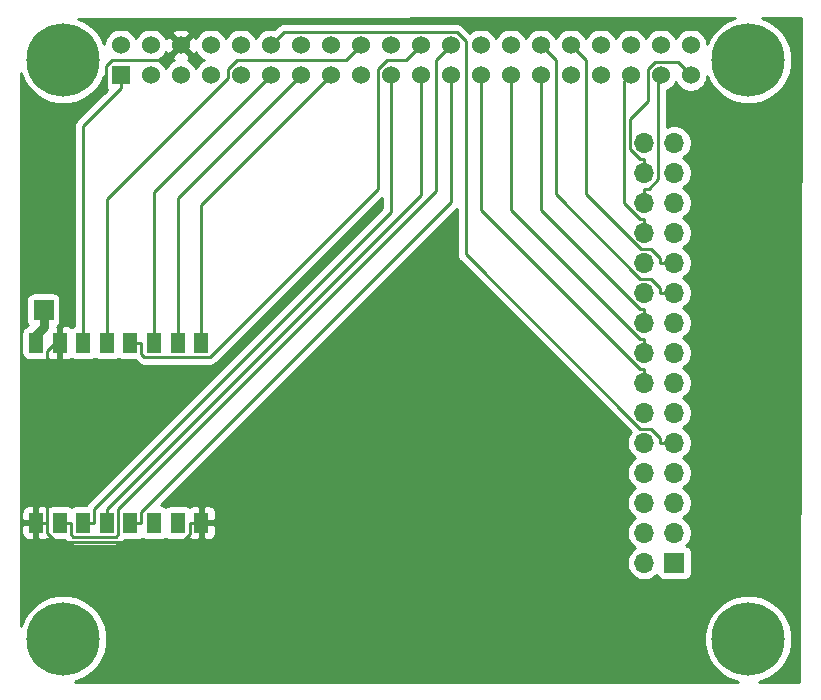
<source format=gbr>
G04 #@! TF.GenerationSoftware,KiCad,Pcbnew,5.1.7-a382d34a8~88~ubuntu18.04.1*
G04 #@! TF.CreationDate,2021-05-25T15:59:45+05:30*
G04 #@! TF.ProjectId,Gateway_v1,47617465-7761-4795-9f76-312e6b696361,rev?*
G04 #@! TF.SameCoordinates,Original*
G04 #@! TF.FileFunction,Copper,L2,Bot*
G04 #@! TF.FilePolarity,Positive*
%FSLAX46Y46*%
G04 Gerber Fmt 4.6, Leading zero omitted, Abs format (unit mm)*
G04 Created by KiCad (PCBNEW 5.1.7-a382d34a8~88~ubuntu18.04.1) date 2021-05-25 15:59:45*
%MOMM*%
%LPD*%
G01*
G04 APERTURE LIST*
G04 #@! TA.AperFunction,ComponentPad*
%ADD10C,1.524000*%
G04 #@! TD*
G04 #@! TA.AperFunction,ComponentPad*
%ADD11R,1.524000X1.524000*%
G04 #@! TD*
G04 #@! TA.AperFunction,ComponentPad*
%ADD12C,6.200000*%
G04 #@! TD*
G04 #@! TA.AperFunction,ComponentPad*
%ADD13R,1.700000X1.700000*%
G04 #@! TD*
G04 #@! TA.AperFunction,ComponentPad*
%ADD14O,1.700000X1.700000*%
G04 #@! TD*
G04 #@! TA.AperFunction,SMDPad,CuDef*
%ADD15R,1.200000X1.700000*%
G04 #@! TD*
G04 #@! TA.AperFunction,Conductor*
%ADD16C,0.250000*%
G04 #@! TD*
G04 #@! TA.AperFunction,Conductor*
%ADD17C,0.800000*%
G04 #@! TD*
G04 #@! TA.AperFunction,Conductor*
%ADD18C,0.254000*%
G04 #@! TD*
G04 #@! TA.AperFunction,Conductor*
%ADD19C,0.100000*%
G04 #@! TD*
G04 APERTURE END LIST*
D10*
G04 #@! TO.P,J1,40*
G04 #@! TO.N,/Pin_40*
X148057000Y-51773700D03*
G04 #@! TO.P,J1,38*
G04 #@! TO.N,/Pin_38*
X145517000Y-51773700D03*
G04 #@! TO.P,J1,36*
G04 #@! TO.N,/Pin_36*
X142977000Y-51773700D03*
G04 #@! TO.P,J1,34*
G04 #@! TO.N,/Pin_34*
X140437000Y-51773700D03*
G04 #@! TO.P,J1,32*
G04 #@! TO.N,/Pin_32*
X137897000Y-51773700D03*
G04 #@! TO.P,J1,30*
G04 #@! TO.N,/Pin_30*
X135357000Y-51773700D03*
G04 #@! TO.P,J1,39*
G04 #@! TO.N,/Pin_39*
X148057000Y-54313700D03*
G04 #@! TO.P,J1,37*
G04 #@! TO.N,/Pin_37*
X145517000Y-54313700D03*
G04 #@! TO.P,J1,35*
G04 #@! TO.N,/Pin_35*
X142977000Y-54313700D03*
G04 #@! TO.P,J1,33*
G04 #@! TO.N,/Pin_33*
X140437000Y-54313700D03*
G04 #@! TO.P,J1,31*
G04 #@! TO.N,/Pin_31*
X137897000Y-54313700D03*
G04 #@! TO.P,J1,29*
G04 #@! TO.N,/Pin_29*
X135357000Y-54313700D03*
G04 #@! TO.P,J1,28*
G04 #@! TO.N,/Pin_28*
X132817000Y-51773700D03*
G04 #@! TO.P,J1,27*
G04 #@! TO.N,/Pin_27*
X132817000Y-54313700D03*
G04 #@! TO.P,J1,26*
G04 #@! TO.N,/Pin_26*
X130277000Y-51773700D03*
G04 #@! TO.P,J1,24*
G04 #@! TO.N,/NSS*
X127737000Y-51773700D03*
G04 #@! TO.P,J1,22*
G04 #@! TO.N,/DIO0*
X125197000Y-51773700D03*
G04 #@! TO.P,J1,20*
G04 #@! TO.N,/Pin_20*
X122657000Y-51773700D03*
G04 #@! TO.P,J1,18*
G04 #@! TO.N,/Reset*
X120117000Y-51773700D03*
G04 #@! TO.P,J1,16*
G04 #@! TO.N,/Pin_16*
X117577000Y-51773700D03*
G04 #@! TO.P,J1,25*
G04 #@! TO.N,/Pin_25*
X130277000Y-54313700D03*
G04 #@! TO.P,J1,23*
G04 #@! TO.N,/SCK*
X127737000Y-54313700D03*
G04 #@! TO.P,J1,21*
G04 #@! TO.N,/MISO*
X125197000Y-54313700D03*
G04 #@! TO.P,J1,19*
G04 #@! TO.N,/MOSI*
X122657000Y-54313700D03*
G04 #@! TO.P,J1,17*
G04 #@! TO.N,/Pin_17*
X120117000Y-54313700D03*
G04 #@! TO.P,J1,15*
G04 #@! TO.N,/DIO3*
X117577000Y-54313700D03*
G04 #@! TO.P,J1,14*
G04 #@! TO.N,/Pin_14*
X115037000Y-51773700D03*
G04 #@! TO.P,J1,13*
G04 #@! TO.N,/DIO2*
X115037000Y-54313700D03*
G04 #@! TO.P,J1,12*
G04 #@! TO.N,/Pin_12*
X112497000Y-51773700D03*
G04 #@! TO.P,J1,10*
G04 #@! TO.N,/Pin_10*
X109957000Y-51773700D03*
G04 #@! TO.P,J1,8*
G04 #@! TO.N,/Pin_8*
X107417000Y-51773700D03*
G04 #@! TO.P,J1,6*
G04 #@! TO.N,/Gnd*
X104877000Y-51773700D03*
G04 #@! TO.P,J1,4*
G04 #@! TO.N,/Pin_4*
X102337000Y-51773700D03*
G04 #@! TO.P,J1,2*
G04 #@! TO.N,/Pin_2*
X99797000Y-51773700D03*
G04 #@! TO.P,J1,11*
G04 #@! TO.N,/DIO1*
X112497000Y-54313700D03*
G04 #@! TO.P,J1,9*
G04 #@! TO.N,/Pin_9*
X109957000Y-54313700D03*
G04 #@! TO.P,J1,7*
G04 #@! TO.N,/Pin_7*
X107417000Y-54313700D03*
G04 #@! TO.P,J1,5*
G04 #@! TO.N,/Pin_5*
X104877000Y-54313700D03*
G04 #@! TO.P,J1,3*
G04 #@! TO.N,/Pin_3*
X102337000Y-54313700D03*
D11*
G04 #@! TO.P,J1,1*
G04 #@! TO.N,/3.3v*
X99797000Y-54313700D03*
D12*
G04 #@! TO.P,J1,S1*
G04 #@! TO.N,N/C*
X94927000Y-53043700D03*
G04 #@! TO.P,J1,S2*
X152927000Y-53043700D03*
G04 #@! TO.P,J1,S3*
X152927000Y-102043700D03*
G04 #@! TO.P,J1,S4*
X94927000Y-102043700D03*
G04 #@! TD*
D13*
G04 #@! TO.P,AE1,1*
G04 #@! TO.N,Net-(AE1-Pad1)*
X93268800Y-74201000D03*
G04 #@! TD*
D14*
G04 #@! TO.P,J2,30*
G04 #@! TO.N,Net-(J2-Pad30)*
X144107000Y-60035400D03*
G04 #@! TO.P,J2,29*
G04 #@! TO.N,/Pin_40*
X146647000Y-60035400D03*
G04 #@! TO.P,J2,28*
G04 #@! TO.N,/Pin_39*
X144107000Y-62575400D03*
G04 #@! TO.P,J2,27*
G04 #@! TO.N,/Pin_38*
X146647000Y-62575400D03*
G04 #@! TO.P,J2,26*
G04 #@! TO.N,/Pin_37*
X144107000Y-65115400D03*
G04 #@! TO.P,J2,25*
G04 #@! TO.N,/Pin_36*
X146647000Y-65115400D03*
G04 #@! TO.P,J2,24*
G04 #@! TO.N,/Pin_35*
X144107000Y-67655400D03*
G04 #@! TO.P,J2,23*
G04 #@! TO.N,/Pin_34*
X146647000Y-67655400D03*
G04 #@! TO.P,J2,22*
G04 #@! TO.N,/Pin_33*
X144107000Y-70195400D03*
G04 #@! TO.P,J2,21*
G04 #@! TO.N,/Pin_32*
X146647000Y-70195400D03*
G04 #@! TO.P,J2,20*
G04 #@! TO.N,/Pin_31*
X144107000Y-72735400D03*
G04 #@! TO.P,J2,19*
G04 #@! TO.N,/Pin_30*
X146647000Y-72735400D03*
G04 #@! TO.P,J2,18*
G04 #@! TO.N,/Pin_29*
X144107000Y-75275400D03*
G04 #@! TO.P,J2,17*
G04 #@! TO.N,/Pin_28*
X146647000Y-75275400D03*
G04 #@! TO.P,J2,16*
G04 #@! TO.N,/Pin_27*
X144107000Y-77815400D03*
G04 #@! TO.P,J2,15*
G04 #@! TO.N,/Pin_26*
X146647000Y-77815400D03*
G04 #@! TO.P,J2,14*
G04 #@! TO.N,/Pin_25*
X144107000Y-80355400D03*
G04 #@! TO.P,J2,13*
G04 #@! TO.N,/Pin_20*
X146647000Y-80355400D03*
G04 #@! TO.P,J2,12*
G04 #@! TO.N,/Pin_17*
X144107000Y-82895400D03*
G04 #@! TO.P,J2,11*
G04 #@! TO.N,/Pin_16*
X146647000Y-82895400D03*
G04 #@! TO.P,J2,10*
G04 #@! TO.N,/Pin_14*
X144107000Y-85435400D03*
G04 #@! TO.P,J2,9*
G04 #@! TO.N,/Pin_12*
X146647000Y-85435400D03*
G04 #@! TO.P,J2,8*
G04 #@! TO.N,/Pin_10*
X144107000Y-87975400D03*
G04 #@! TO.P,J2,7*
G04 #@! TO.N,/Pin_9*
X146647000Y-87975400D03*
G04 #@! TO.P,J2,6*
G04 #@! TO.N,/Pin_8*
X144107000Y-90515400D03*
G04 #@! TO.P,J2,5*
G04 #@! TO.N,/Pin_7*
X146647000Y-90515400D03*
G04 #@! TO.P,J2,4*
G04 #@! TO.N,/Pin_5*
X144107000Y-93055400D03*
G04 #@! TO.P,J2,3*
G04 #@! TO.N,/Pin_4*
X146647000Y-93055400D03*
G04 #@! TO.P,J2,2*
G04 #@! TO.N,/Pin_3*
X144107000Y-95595400D03*
D13*
G04 #@! TO.P,J2,1*
G04 #@! TO.N,/Pin_2*
X146647000Y-95595400D03*
G04 #@! TD*
D15*
G04 #@! TO.P,U1,1*
G04 #@! TO.N,Net-(AE1-Pad1)*
X92611200Y-76982400D03*
G04 #@! TO.P,U1,2*
G04 #@! TO.N,/Gnd*
X94611200Y-76982400D03*
G04 #@! TO.P,U1,3*
G04 #@! TO.N,/3.3v*
X96611200Y-76982400D03*
G04 #@! TO.P,U1,4*
G04 #@! TO.N,/Reset*
X98611200Y-76982400D03*
G04 #@! TO.P,U1,5*
G04 #@! TO.N,/DIO0*
X100611200Y-76982400D03*
G04 #@! TO.P,U1,6*
G04 #@! TO.N,/DIO1*
X102611200Y-76982400D03*
G04 #@! TO.P,U1,7*
G04 #@! TO.N,/DIO2*
X104611200Y-76982400D03*
G04 #@! TO.P,U1,8*
G04 #@! TO.N,/DIO3*
X106611200Y-76982400D03*
G04 #@! TO.P,U1,9*
G04 #@! TO.N,/Gnd*
X106611200Y-92212400D03*
G04 #@! TO.P,U1,10*
G04 #@! TO.N,Net-(U1-Pad10)*
X104611200Y-92212400D03*
G04 #@! TO.P,U1,11*
G04 #@! TO.N,Net-(U1-Pad11)*
X102611200Y-92212400D03*
G04 #@! TO.P,U1,12*
G04 #@! TO.N,/SCK*
X100611200Y-92212400D03*
G04 #@! TO.P,U1,13*
G04 #@! TO.N,/MISO*
X98611200Y-92212400D03*
G04 #@! TO.P,U1,14*
G04 #@! TO.N,/MOSI*
X96611200Y-92212400D03*
G04 #@! TO.P,U1,15*
G04 #@! TO.N,/NSS*
X94611200Y-92212400D03*
G04 #@! TO.P,U1,16*
G04 #@! TO.N,/Gnd*
X92611200Y-92212400D03*
G04 #@! TD*
D16*
G04 #@! TO.N,/3.3v*
X99797000Y-54313700D02*
X99797000Y-55401000D01*
X96611200Y-76982400D02*
X96611200Y-58586800D01*
X96611200Y-58586800D02*
X99797000Y-55401000D01*
G04 #@! TO.N,/DIO1*
X102611200Y-76982400D02*
X102611200Y-64199500D01*
X102611200Y-64199500D02*
X112497000Y-54313700D01*
G04 #@! TO.N,/DIO2*
X104611200Y-76982400D02*
X104611200Y-64739500D01*
X104611200Y-64739500D02*
X115037000Y-54313700D01*
G04 #@! TO.N,/DIO3*
X106611200Y-76982400D02*
X106611200Y-65279500D01*
X106611200Y-65279500D02*
X117577000Y-54313700D01*
G04 #@! TO.N,/MOSI*
X122657000Y-54313700D02*
X122657000Y-65903100D01*
X122657000Y-65903100D02*
X97536500Y-91023600D01*
X97536500Y-91023600D02*
X97536500Y-92212400D01*
X96611200Y-92212400D02*
X97536500Y-92212400D01*
G04 #@! TO.N,/MISO*
X98611200Y-92212400D02*
X98611200Y-91037100D01*
X98611200Y-91037100D02*
X125197000Y-64451300D01*
X125197000Y-64451300D02*
X125197000Y-54313700D01*
G04 #@! TO.N,/SCK*
X100611200Y-92212400D02*
X101536500Y-92212400D01*
X101536500Y-92212400D02*
X101536500Y-91287100D01*
X101536500Y-91287100D02*
X127737000Y-65086600D01*
X127737000Y-65086600D02*
X127737000Y-54313700D01*
G04 #@! TO.N,/Reset*
X98611200Y-76982400D02*
X98611200Y-64843700D01*
X98611200Y-64843700D02*
X108869600Y-54585300D01*
X108869600Y-54585300D02*
X108869600Y-53814400D01*
X108869600Y-53814400D02*
X109640300Y-53043700D01*
X109640300Y-53043700D02*
X118847000Y-53043700D01*
X118847000Y-53043700D02*
X120117000Y-51773700D01*
G04 #@! TO.N,/DIO0*
X100611200Y-76982400D02*
X101536500Y-76982400D01*
X101536500Y-76982400D02*
X101536500Y-77907700D01*
X101536500Y-77907700D02*
X101786600Y-78157800D01*
X101786600Y-78157800D02*
X107348100Y-78157800D01*
X107348100Y-78157800D02*
X121569600Y-63936300D01*
X121569600Y-63936300D02*
X121569600Y-53798800D01*
X121569600Y-53798800D02*
X122324700Y-53043700D01*
X122324700Y-53043700D02*
X123927000Y-53043700D01*
X123927000Y-53043700D02*
X125197000Y-51773700D01*
G04 #@! TO.N,/NSS*
X94611200Y-92212400D02*
X95536500Y-92212400D01*
X95536500Y-92212400D02*
X95536500Y-93137700D01*
X95536500Y-93137700D02*
X95786500Y-93387700D01*
X95786500Y-93387700D02*
X99346000Y-93387700D01*
X99346000Y-93387700D02*
X99536600Y-93197100D01*
X99536600Y-93197100D02*
X99536600Y-91037000D01*
X99536600Y-91037000D02*
X126467200Y-64106400D01*
X126467200Y-64106400D02*
X126467200Y-53043500D01*
X126467200Y-53043500D02*
X127737000Y-51773700D01*
G04 #@! TO.N,/Pin_39*
X144107000Y-62575400D02*
X144107000Y-61400100D01*
X144107000Y-61400100D02*
X143739700Y-61400100D01*
X143739700Y-61400100D02*
X142887700Y-60548100D01*
X142887700Y-60548100D02*
X142887700Y-58054800D01*
X142887700Y-58054800D02*
X144429600Y-56512900D01*
X144429600Y-56512900D02*
X144429600Y-53798800D01*
X144429600Y-53798800D02*
X145007700Y-53220700D01*
X145007700Y-53220700D02*
X146964000Y-53220700D01*
X146964000Y-53220700D02*
X148057000Y-54313700D01*
G04 #@! TO.N,/Pin_37*
X144107000Y-65115400D02*
X144107000Y-63940100D01*
X144107000Y-63940100D02*
X144474400Y-63940100D01*
X144474400Y-63940100D02*
X145282300Y-63132200D01*
X145282300Y-63132200D02*
X145282300Y-54548400D01*
X145282300Y-54548400D02*
X145517000Y-54313700D01*
G04 #@! TO.N,/Pin_35*
X144107000Y-66480100D02*
X143739700Y-66480100D01*
X143739700Y-66480100D02*
X142437300Y-65177700D01*
X142437300Y-65177700D02*
X142437300Y-54853400D01*
X142437300Y-54853400D02*
X142977000Y-54313700D01*
X144107000Y-67655400D02*
X144107000Y-66480100D01*
G04 #@! TO.N,/Pin_32*
X146647000Y-70195400D02*
X145471700Y-70195400D01*
X145471700Y-70195400D02*
X145471700Y-69828000D01*
X145471700Y-69828000D02*
X144663800Y-69020100D01*
X144663800Y-69020100D02*
X143800000Y-69020100D01*
X143800000Y-69020100D02*
X139167000Y-64387100D01*
X139167000Y-64387100D02*
X139167000Y-53043700D01*
X139167000Y-53043700D02*
X137897000Y-51773700D01*
G04 #@! TO.N,/Pin_30*
X146647000Y-72735400D02*
X145471700Y-72735400D01*
X145471700Y-72735400D02*
X145471700Y-72368000D01*
X145471700Y-72368000D02*
X144663800Y-71560100D01*
X144663800Y-71560100D02*
X143785500Y-71560100D01*
X143785500Y-71560100D02*
X136627000Y-64401600D01*
X136627000Y-64401600D02*
X136627000Y-53043700D01*
X136627000Y-53043700D02*
X135357000Y-51773700D01*
G04 #@! TO.N,/Pin_29*
X144107000Y-75275400D02*
X144107000Y-74100100D01*
X144107000Y-74100100D02*
X143739700Y-74100100D01*
X143739700Y-74100100D02*
X135357000Y-65717400D01*
X135357000Y-65717400D02*
X135357000Y-54313700D01*
G04 #@! TO.N,/Pin_27*
X144107000Y-77815400D02*
X144107000Y-76640100D01*
X144107000Y-76640100D02*
X143739700Y-76640100D01*
X143739700Y-76640100D02*
X132817000Y-65717400D01*
X132817000Y-65717400D02*
X132817000Y-54313700D01*
G04 #@! TO.N,/Pin_25*
X144107000Y-80355400D02*
X144107000Y-79180100D01*
X144107000Y-79180100D02*
X143739700Y-79180100D01*
X143739700Y-79180100D02*
X130277000Y-65717400D01*
X130277000Y-65717400D02*
X130277000Y-54313700D01*
G04 #@! TO.N,/Pin_12*
X146647000Y-85435400D02*
X145471700Y-85435400D01*
X145471700Y-85435400D02*
X145471700Y-85068000D01*
X145471700Y-85068000D02*
X144663800Y-84260100D01*
X144663800Y-84260100D02*
X143790600Y-84260100D01*
X143790600Y-84260100D02*
X129007000Y-69476500D01*
X129007000Y-69476500D02*
X129007000Y-51438500D01*
X129007000Y-51438500D02*
X128242400Y-50673900D01*
X128242400Y-50673900D02*
X113596800Y-50673900D01*
X113596800Y-50673900D02*
X112497000Y-51773700D01*
D17*
G04 #@! TO.N,Net-(AE1-Pad1)*
X93268800Y-74201000D02*
X93268800Y-75651300D01*
X92611200Y-76982400D02*
X92611200Y-76308900D01*
X92611200Y-76308900D02*
X93268800Y-75651300D01*
D16*
G04 #@! TO.N,/Gnd*
X93536500Y-92212400D02*
X93536500Y-93075700D01*
X93536500Y-93075700D02*
X94298900Y-93838100D01*
X94298900Y-93838100D02*
X104985500Y-93838100D01*
X104985500Y-93838100D02*
X105685900Y-93137700D01*
X105685900Y-93137700D02*
X105685900Y-92212400D01*
X106611200Y-92212400D02*
X105685900Y-92212400D01*
X92611200Y-92212400D02*
X93536500Y-92212400D01*
X93536500Y-92212400D02*
X93536500Y-77636000D01*
X93536500Y-77636000D02*
X94190100Y-76982400D01*
X94190100Y-76982400D02*
X94638500Y-76534000D01*
X94638500Y-76534000D02*
X94638500Y-59274800D01*
X94638500Y-59274800D02*
X98535000Y-55378300D01*
X98535000Y-55378300D02*
X98535000Y-53554400D01*
X98535000Y-53554400D02*
X99045700Y-53043700D01*
X99045700Y-53043700D02*
X103607000Y-53043700D01*
X103607000Y-53043700D02*
X104877000Y-51773700D01*
X94611200Y-76982400D02*
X94190100Y-76982400D01*
G04 #@! TD*
D18*
G04 #@! TO.N,/Gnd*
X157238951Y-105681731D02*
X153789021Y-105680406D01*
X154016459Y-105635166D01*
X154696186Y-105353614D01*
X155307924Y-104944864D01*
X155828164Y-104424624D01*
X156236914Y-103812886D01*
X156518466Y-103133159D01*
X156662000Y-102411565D01*
X156662000Y-101675835D01*
X156518466Y-100954241D01*
X156236914Y-100274514D01*
X155828164Y-99662776D01*
X155307924Y-99142536D01*
X154696186Y-98733786D01*
X154016459Y-98452234D01*
X153294865Y-98308700D01*
X152559135Y-98308700D01*
X151837541Y-98452234D01*
X151157814Y-98733786D01*
X150546076Y-99142536D01*
X150025836Y-99662776D01*
X149617086Y-100274514D01*
X149335534Y-100954241D01*
X149192000Y-101675835D01*
X149192000Y-102411565D01*
X149335534Y-103133159D01*
X149617086Y-103812886D01*
X150025836Y-104424624D01*
X150546076Y-104944864D01*
X151157814Y-105353614D01*
X151837541Y-105635166D01*
X152061644Y-105679743D01*
X95900779Y-105658176D01*
X96016459Y-105635166D01*
X96696186Y-105353614D01*
X97307924Y-104944864D01*
X97828164Y-104424624D01*
X98236914Y-103812886D01*
X98518466Y-103133159D01*
X98662000Y-102411565D01*
X98662000Y-101675835D01*
X98518466Y-100954241D01*
X98236914Y-100274514D01*
X97828164Y-99662776D01*
X97307924Y-99142536D01*
X96696186Y-98733786D01*
X96016459Y-98452234D01*
X95294865Y-98308700D01*
X94559135Y-98308700D01*
X93837541Y-98452234D01*
X93157814Y-98733786D01*
X92546076Y-99142536D01*
X92025836Y-99662776D01*
X91617086Y-100274514D01*
X91350881Y-100917191D01*
X91350528Y-93062400D01*
X91373128Y-93062400D01*
X91385388Y-93186882D01*
X91421698Y-93306580D01*
X91480663Y-93416894D01*
X91560015Y-93513585D01*
X91656706Y-93592937D01*
X91767020Y-93651902D01*
X91886718Y-93688212D01*
X92011200Y-93700472D01*
X92325450Y-93697400D01*
X92484200Y-93538650D01*
X92484200Y-92339400D01*
X91534950Y-92339400D01*
X91376200Y-92498150D01*
X91373128Y-93062400D01*
X91350528Y-93062400D01*
X91350452Y-91362400D01*
X91373128Y-91362400D01*
X91376200Y-91926650D01*
X91534950Y-92085400D01*
X92484200Y-92085400D01*
X92484200Y-90886150D01*
X92325450Y-90727400D01*
X92011200Y-90724328D01*
X91886718Y-90736588D01*
X91767020Y-90772898D01*
X91656706Y-90831863D01*
X91560015Y-90911215D01*
X91480663Y-91007906D01*
X91421698Y-91118220D01*
X91385388Y-91237918D01*
X91373128Y-91362400D01*
X91350452Y-91362400D01*
X91349766Y-76132400D01*
X91373128Y-76132400D01*
X91373128Y-77832400D01*
X91385388Y-77956882D01*
X91421698Y-78076580D01*
X91480663Y-78186894D01*
X91560015Y-78283585D01*
X91656706Y-78362937D01*
X91767020Y-78421902D01*
X91886718Y-78458212D01*
X92011200Y-78470472D01*
X93211200Y-78470472D01*
X93335682Y-78458212D01*
X93455380Y-78421902D01*
X93565694Y-78362937D01*
X93611200Y-78325591D01*
X93656706Y-78362937D01*
X93767020Y-78421902D01*
X93886718Y-78458212D01*
X94011200Y-78470472D01*
X94325450Y-78467400D01*
X94484200Y-78308650D01*
X94484200Y-77109400D01*
X94464200Y-77109400D01*
X94464200Y-76855400D01*
X94484200Y-76855400D01*
X94484200Y-75656150D01*
X94431778Y-75603728D01*
X94473294Y-75581537D01*
X94569985Y-75502185D01*
X94649337Y-75405494D01*
X94708302Y-75295180D01*
X94744612Y-75175482D01*
X94756872Y-75051000D01*
X94756872Y-73351000D01*
X94744612Y-73226518D01*
X94708302Y-73106820D01*
X94649337Y-72996506D01*
X94569985Y-72899815D01*
X94473294Y-72820463D01*
X94362980Y-72761498D01*
X94243282Y-72725188D01*
X94118800Y-72712928D01*
X92418800Y-72712928D01*
X92294318Y-72725188D01*
X92174620Y-72761498D01*
X92064306Y-72820463D01*
X91967615Y-72899815D01*
X91888263Y-72996506D01*
X91829298Y-73106820D01*
X91792988Y-73226518D01*
X91780728Y-73351000D01*
X91780728Y-75051000D01*
X91792988Y-75175482D01*
X91829298Y-75295180D01*
X91888263Y-75405494D01*
X91961570Y-75494820D01*
X91956694Y-75499696D01*
X91886718Y-75506588D01*
X91767020Y-75542898D01*
X91656706Y-75601863D01*
X91560015Y-75681215D01*
X91480663Y-75777906D01*
X91421698Y-75888220D01*
X91385388Y-76007918D01*
X91373128Y-76132400D01*
X91349766Y-76132400D01*
X91348775Y-54165125D01*
X91617086Y-54812886D01*
X92025836Y-55424624D01*
X92546076Y-55944864D01*
X93157814Y-56353614D01*
X93837541Y-56635166D01*
X94559135Y-56778700D01*
X95294865Y-56778700D01*
X96016459Y-56635166D01*
X96696186Y-56353614D01*
X97307924Y-55944864D01*
X97828164Y-55424624D01*
X98236914Y-54812886D01*
X98396928Y-54426578D01*
X98396928Y-55075700D01*
X98409188Y-55200182D01*
X98445498Y-55319880D01*
X98504463Y-55430194D01*
X98583815Y-55526885D01*
X98590680Y-55532519D01*
X96100198Y-58023001D01*
X96071200Y-58046799D01*
X96047402Y-58075797D01*
X96047401Y-58075798D01*
X95976226Y-58162524D01*
X95905654Y-58294554D01*
X95862198Y-58437815D01*
X95847524Y-58586800D01*
X95851201Y-58624133D01*
X95851200Y-75517362D01*
X95767020Y-75542898D01*
X95656706Y-75601863D01*
X95611200Y-75639209D01*
X95565694Y-75601863D01*
X95455380Y-75542898D01*
X95335682Y-75506588D01*
X95211200Y-75494328D01*
X94896950Y-75497400D01*
X94738200Y-75656150D01*
X94738200Y-76855400D01*
X94758200Y-76855400D01*
X94758200Y-77109400D01*
X94738200Y-77109400D01*
X94738200Y-78308650D01*
X94896950Y-78467400D01*
X95211200Y-78470472D01*
X95335682Y-78458212D01*
X95455380Y-78421902D01*
X95565694Y-78362937D01*
X95611200Y-78325591D01*
X95656706Y-78362937D01*
X95767020Y-78421902D01*
X95886718Y-78458212D01*
X96011200Y-78470472D01*
X97211200Y-78470472D01*
X97335682Y-78458212D01*
X97455380Y-78421902D01*
X97565694Y-78362937D01*
X97611200Y-78325591D01*
X97656706Y-78362937D01*
X97767020Y-78421902D01*
X97886718Y-78458212D01*
X98011200Y-78470472D01*
X99211200Y-78470472D01*
X99335682Y-78458212D01*
X99455380Y-78421902D01*
X99565694Y-78362937D01*
X99611200Y-78325591D01*
X99656706Y-78362937D01*
X99767020Y-78421902D01*
X99886718Y-78458212D01*
X100011200Y-78470472D01*
X101024247Y-78470472D01*
X101025498Y-78471499D01*
X101222796Y-78668797D01*
X101246599Y-78697801D01*
X101362324Y-78792774D01*
X101494353Y-78863346D01*
X101637614Y-78906803D01*
X101749267Y-78917800D01*
X101749277Y-78917800D01*
X101786600Y-78921476D01*
X101823923Y-78917800D01*
X107310778Y-78917800D01*
X107348100Y-78921476D01*
X107385422Y-78917800D01*
X107385433Y-78917800D01*
X107497086Y-78906803D01*
X107640347Y-78863346D01*
X107772376Y-78792774D01*
X107888101Y-78697801D01*
X107911904Y-78668797D01*
X121897001Y-64683701D01*
X121897001Y-65588297D01*
X97025503Y-90459796D01*
X96996499Y-90483599D01*
X96951774Y-90538097D01*
X96901526Y-90599324D01*
X96834710Y-90724328D01*
X96011200Y-90724328D01*
X95886718Y-90736588D01*
X95767020Y-90772898D01*
X95656706Y-90831863D01*
X95611200Y-90869209D01*
X95565694Y-90831863D01*
X95455380Y-90772898D01*
X95335682Y-90736588D01*
X95211200Y-90724328D01*
X94011200Y-90724328D01*
X93886718Y-90736588D01*
X93767020Y-90772898D01*
X93656706Y-90831863D01*
X93611200Y-90869209D01*
X93565694Y-90831863D01*
X93455380Y-90772898D01*
X93335682Y-90736588D01*
X93211200Y-90724328D01*
X92896950Y-90727400D01*
X92738200Y-90886150D01*
X92738200Y-92085400D01*
X92758200Y-92085400D01*
X92758200Y-92339400D01*
X92738200Y-92339400D01*
X92738200Y-93538650D01*
X92896950Y-93697400D01*
X93211200Y-93700472D01*
X93335682Y-93688212D01*
X93455380Y-93651902D01*
X93565694Y-93592937D01*
X93611200Y-93555591D01*
X93656706Y-93592937D01*
X93767020Y-93651902D01*
X93886718Y-93688212D01*
X94011200Y-93700472D01*
X95024247Y-93700472D01*
X95025497Y-93701498D01*
X95222700Y-93898702D01*
X95246499Y-93927701D01*
X95362224Y-94022674D01*
X95494253Y-94093246D01*
X95637514Y-94136703D01*
X95749167Y-94147700D01*
X95749176Y-94147700D01*
X95786499Y-94151376D01*
X95823822Y-94147700D01*
X99308678Y-94147700D01*
X99346000Y-94151376D01*
X99383322Y-94147700D01*
X99383333Y-94147700D01*
X99494986Y-94136703D01*
X99638247Y-94093246D01*
X99770276Y-94022674D01*
X99886001Y-93927701D01*
X99909804Y-93898697D01*
X100047598Y-93760903D01*
X100076601Y-93737101D01*
X100106662Y-93700472D01*
X101211200Y-93700472D01*
X101335682Y-93688212D01*
X101455380Y-93651902D01*
X101565694Y-93592937D01*
X101611200Y-93555591D01*
X101656706Y-93592937D01*
X101767020Y-93651902D01*
X101886718Y-93688212D01*
X102011200Y-93700472D01*
X103211200Y-93700472D01*
X103335682Y-93688212D01*
X103455380Y-93651902D01*
X103565694Y-93592937D01*
X103611200Y-93555591D01*
X103656706Y-93592937D01*
X103767020Y-93651902D01*
X103886718Y-93688212D01*
X104011200Y-93700472D01*
X105211200Y-93700472D01*
X105335682Y-93688212D01*
X105455380Y-93651902D01*
X105565694Y-93592937D01*
X105611200Y-93555591D01*
X105656706Y-93592937D01*
X105767020Y-93651902D01*
X105886718Y-93688212D01*
X106011200Y-93700472D01*
X106325450Y-93697400D01*
X106484200Y-93538650D01*
X106484200Y-92339400D01*
X106738200Y-92339400D01*
X106738200Y-93538650D01*
X106896950Y-93697400D01*
X107211200Y-93700472D01*
X107335682Y-93688212D01*
X107455380Y-93651902D01*
X107565694Y-93592937D01*
X107662385Y-93513585D01*
X107741737Y-93416894D01*
X107800702Y-93306580D01*
X107837012Y-93186882D01*
X107849272Y-93062400D01*
X107846200Y-92498150D01*
X107687450Y-92339400D01*
X106738200Y-92339400D01*
X106484200Y-92339400D01*
X106464200Y-92339400D01*
X106464200Y-92085400D01*
X106484200Y-92085400D01*
X106484200Y-90886150D01*
X106738200Y-90886150D01*
X106738200Y-92085400D01*
X107687450Y-92085400D01*
X107846200Y-91926650D01*
X107849272Y-91362400D01*
X107837012Y-91237918D01*
X107800702Y-91118220D01*
X107741737Y-91007906D01*
X107662385Y-90911215D01*
X107565694Y-90831863D01*
X107455380Y-90772898D01*
X107335682Y-90736588D01*
X107211200Y-90724328D01*
X106896950Y-90727400D01*
X106738200Y-90886150D01*
X106484200Y-90886150D01*
X106325450Y-90727400D01*
X106011200Y-90724328D01*
X105886718Y-90736588D01*
X105767020Y-90772898D01*
X105656706Y-90831863D01*
X105611200Y-90869209D01*
X105565694Y-90831863D01*
X105455380Y-90772898D01*
X105335682Y-90736588D01*
X105211200Y-90724328D01*
X104011200Y-90724328D01*
X103886718Y-90736588D01*
X103767020Y-90772898D01*
X103656706Y-90831863D01*
X103611200Y-90869209D01*
X103565694Y-90831863D01*
X103455380Y-90772898D01*
X103335682Y-90736588D01*
X103211200Y-90724328D01*
X103174073Y-90724328D01*
X128247000Y-65651403D01*
X128247000Y-69439178D01*
X128243324Y-69476500D01*
X128247000Y-69513822D01*
X128247000Y-69513832D01*
X128257997Y-69625485D01*
X128274235Y-69679014D01*
X128301454Y-69768746D01*
X128372026Y-69900776D01*
X128411871Y-69949326D01*
X128466999Y-70016501D01*
X128496003Y-70040304D01*
X142949896Y-84494198D01*
X142791010Y-84731989D01*
X142679068Y-85002242D01*
X142622000Y-85289140D01*
X142622000Y-85581660D01*
X142679068Y-85868558D01*
X142791010Y-86138811D01*
X142953525Y-86382032D01*
X143160368Y-86588875D01*
X143334760Y-86705400D01*
X143160368Y-86821925D01*
X142953525Y-87028768D01*
X142791010Y-87271989D01*
X142679068Y-87542242D01*
X142622000Y-87829140D01*
X142622000Y-88121660D01*
X142679068Y-88408558D01*
X142791010Y-88678811D01*
X142953525Y-88922032D01*
X143160368Y-89128875D01*
X143334760Y-89245400D01*
X143160368Y-89361925D01*
X142953525Y-89568768D01*
X142791010Y-89811989D01*
X142679068Y-90082242D01*
X142622000Y-90369140D01*
X142622000Y-90661660D01*
X142679068Y-90948558D01*
X142791010Y-91218811D01*
X142953525Y-91462032D01*
X143160368Y-91668875D01*
X143334760Y-91785400D01*
X143160368Y-91901925D01*
X142953525Y-92108768D01*
X142791010Y-92351989D01*
X142679068Y-92622242D01*
X142622000Y-92909140D01*
X142622000Y-93201660D01*
X142679068Y-93488558D01*
X142791010Y-93758811D01*
X142953525Y-94002032D01*
X143160368Y-94208875D01*
X143334760Y-94325400D01*
X143160368Y-94441925D01*
X142953525Y-94648768D01*
X142791010Y-94891989D01*
X142679068Y-95162242D01*
X142622000Y-95449140D01*
X142622000Y-95741660D01*
X142679068Y-96028558D01*
X142791010Y-96298811D01*
X142953525Y-96542032D01*
X143160368Y-96748875D01*
X143403589Y-96911390D01*
X143673842Y-97023332D01*
X143960740Y-97080400D01*
X144253260Y-97080400D01*
X144540158Y-97023332D01*
X144810411Y-96911390D01*
X145053632Y-96748875D01*
X145185487Y-96617020D01*
X145207498Y-96689580D01*
X145266463Y-96799894D01*
X145345815Y-96896585D01*
X145442506Y-96975937D01*
X145552820Y-97034902D01*
X145672518Y-97071212D01*
X145797000Y-97083472D01*
X147497000Y-97083472D01*
X147621482Y-97071212D01*
X147741180Y-97034902D01*
X147851494Y-96975937D01*
X147948185Y-96896585D01*
X148027537Y-96799894D01*
X148086502Y-96689580D01*
X148122812Y-96569882D01*
X148135072Y-96445400D01*
X148135072Y-94745400D01*
X148122812Y-94620918D01*
X148086502Y-94501220D01*
X148027537Y-94390906D01*
X147948185Y-94294215D01*
X147851494Y-94214863D01*
X147741180Y-94155898D01*
X147668620Y-94133887D01*
X147800475Y-94002032D01*
X147962990Y-93758811D01*
X148074932Y-93488558D01*
X148132000Y-93201660D01*
X148132000Y-92909140D01*
X148074932Y-92622242D01*
X147962990Y-92351989D01*
X147800475Y-92108768D01*
X147593632Y-91901925D01*
X147419240Y-91785400D01*
X147593632Y-91668875D01*
X147800475Y-91462032D01*
X147962990Y-91218811D01*
X148074932Y-90948558D01*
X148132000Y-90661660D01*
X148132000Y-90369140D01*
X148074932Y-90082242D01*
X147962990Y-89811989D01*
X147800475Y-89568768D01*
X147593632Y-89361925D01*
X147419240Y-89245400D01*
X147593632Y-89128875D01*
X147800475Y-88922032D01*
X147962990Y-88678811D01*
X148074932Y-88408558D01*
X148132000Y-88121660D01*
X148132000Y-87829140D01*
X148074932Y-87542242D01*
X147962990Y-87271989D01*
X147800475Y-87028768D01*
X147593632Y-86821925D01*
X147419240Y-86705400D01*
X147593632Y-86588875D01*
X147800475Y-86382032D01*
X147962990Y-86138811D01*
X148074932Y-85868558D01*
X148132000Y-85581660D01*
X148132000Y-85289140D01*
X148074932Y-85002242D01*
X147962990Y-84731989D01*
X147800475Y-84488768D01*
X147593632Y-84281925D01*
X147419240Y-84165400D01*
X147593632Y-84048875D01*
X147800475Y-83842032D01*
X147962990Y-83598811D01*
X148074932Y-83328558D01*
X148132000Y-83041660D01*
X148132000Y-82749140D01*
X148074932Y-82462242D01*
X147962990Y-82191989D01*
X147800475Y-81948768D01*
X147593632Y-81741925D01*
X147419240Y-81625400D01*
X147593632Y-81508875D01*
X147800475Y-81302032D01*
X147962990Y-81058811D01*
X148074932Y-80788558D01*
X148132000Y-80501660D01*
X148132000Y-80209140D01*
X148074932Y-79922242D01*
X147962990Y-79651989D01*
X147800475Y-79408768D01*
X147593632Y-79201925D01*
X147419240Y-79085400D01*
X147593632Y-78968875D01*
X147800475Y-78762032D01*
X147962990Y-78518811D01*
X148074932Y-78248558D01*
X148132000Y-77961660D01*
X148132000Y-77669140D01*
X148074932Y-77382242D01*
X147962990Y-77111989D01*
X147800475Y-76868768D01*
X147593632Y-76661925D01*
X147419240Y-76545400D01*
X147593632Y-76428875D01*
X147800475Y-76222032D01*
X147962990Y-75978811D01*
X148074932Y-75708558D01*
X148132000Y-75421660D01*
X148132000Y-75129140D01*
X148074932Y-74842242D01*
X147962990Y-74571989D01*
X147800475Y-74328768D01*
X147593632Y-74121925D01*
X147419240Y-74005400D01*
X147593632Y-73888875D01*
X147800475Y-73682032D01*
X147962990Y-73438811D01*
X148074932Y-73168558D01*
X148132000Y-72881660D01*
X148132000Y-72589140D01*
X148074932Y-72302242D01*
X147962990Y-72031989D01*
X147800475Y-71788768D01*
X147593632Y-71581925D01*
X147419240Y-71465400D01*
X147593632Y-71348875D01*
X147800475Y-71142032D01*
X147962990Y-70898811D01*
X148074932Y-70628558D01*
X148132000Y-70341660D01*
X148132000Y-70049140D01*
X148074932Y-69762242D01*
X147962990Y-69491989D01*
X147800475Y-69248768D01*
X147593632Y-69041925D01*
X147419240Y-68925400D01*
X147593632Y-68808875D01*
X147800475Y-68602032D01*
X147962990Y-68358811D01*
X148074932Y-68088558D01*
X148132000Y-67801660D01*
X148132000Y-67509140D01*
X148074932Y-67222242D01*
X147962990Y-66951989D01*
X147800475Y-66708768D01*
X147593632Y-66501925D01*
X147419240Y-66385400D01*
X147593632Y-66268875D01*
X147800475Y-66062032D01*
X147962990Y-65818811D01*
X148074932Y-65548558D01*
X148132000Y-65261660D01*
X148132000Y-64969140D01*
X148074932Y-64682242D01*
X147962990Y-64411989D01*
X147800475Y-64168768D01*
X147593632Y-63961925D01*
X147419240Y-63845400D01*
X147593632Y-63728875D01*
X147800475Y-63522032D01*
X147962990Y-63278811D01*
X148074932Y-63008558D01*
X148132000Y-62721660D01*
X148132000Y-62429140D01*
X148074932Y-62142242D01*
X147962990Y-61871989D01*
X147800475Y-61628768D01*
X147593632Y-61421925D01*
X147419240Y-61305400D01*
X147593632Y-61188875D01*
X147800475Y-60982032D01*
X147962990Y-60738811D01*
X148074932Y-60468558D01*
X148132000Y-60181660D01*
X148132000Y-59889140D01*
X148074932Y-59602242D01*
X147962990Y-59331989D01*
X147800475Y-59088768D01*
X147593632Y-58881925D01*
X147350411Y-58719410D01*
X147080158Y-58607468D01*
X146793260Y-58550400D01*
X146500740Y-58550400D01*
X146213842Y-58607468D01*
X146042300Y-58678523D01*
X146042300Y-55608215D01*
X146178727Y-55551705D01*
X146407535Y-55398820D01*
X146602120Y-55204235D01*
X146755005Y-54975427D01*
X146787000Y-54898185D01*
X146818995Y-54975427D01*
X146971880Y-55204235D01*
X147166465Y-55398820D01*
X147395273Y-55551705D01*
X147649510Y-55657014D01*
X147919408Y-55710700D01*
X148194592Y-55710700D01*
X148464490Y-55657014D01*
X148718727Y-55551705D01*
X148947535Y-55398820D01*
X149142120Y-55204235D01*
X149295005Y-54975427D01*
X149400314Y-54721190D01*
X149454000Y-54451292D01*
X149454000Y-54419161D01*
X149617086Y-54812886D01*
X150025836Y-55424624D01*
X150546076Y-55944864D01*
X151157814Y-56353614D01*
X151837541Y-56635166D01*
X152559135Y-56778700D01*
X153294865Y-56778700D01*
X154016459Y-56635166D01*
X154696186Y-56353614D01*
X155307924Y-55944864D01*
X155828164Y-55424624D01*
X156236914Y-54812886D01*
X156518466Y-54133159D01*
X156662000Y-53411565D01*
X156662000Y-52675835D01*
X156518466Y-51954241D01*
X156236914Y-51274514D01*
X155828164Y-50662776D01*
X155307924Y-50142536D01*
X154696186Y-49733786D01*
X154093957Y-49484335D01*
X157350208Y-49481838D01*
X157238951Y-105681731D01*
G04 #@! TA.AperFunction,Conductor*
D19*
G36*
X157238951Y-105681731D02*
G01*
X153789021Y-105680406D01*
X154016459Y-105635166D01*
X154696186Y-105353614D01*
X155307924Y-104944864D01*
X155828164Y-104424624D01*
X156236914Y-103812886D01*
X156518466Y-103133159D01*
X156662000Y-102411565D01*
X156662000Y-101675835D01*
X156518466Y-100954241D01*
X156236914Y-100274514D01*
X155828164Y-99662776D01*
X155307924Y-99142536D01*
X154696186Y-98733786D01*
X154016459Y-98452234D01*
X153294865Y-98308700D01*
X152559135Y-98308700D01*
X151837541Y-98452234D01*
X151157814Y-98733786D01*
X150546076Y-99142536D01*
X150025836Y-99662776D01*
X149617086Y-100274514D01*
X149335534Y-100954241D01*
X149192000Y-101675835D01*
X149192000Y-102411565D01*
X149335534Y-103133159D01*
X149617086Y-103812886D01*
X150025836Y-104424624D01*
X150546076Y-104944864D01*
X151157814Y-105353614D01*
X151837541Y-105635166D01*
X152061644Y-105679743D01*
X95900779Y-105658176D01*
X96016459Y-105635166D01*
X96696186Y-105353614D01*
X97307924Y-104944864D01*
X97828164Y-104424624D01*
X98236914Y-103812886D01*
X98518466Y-103133159D01*
X98662000Y-102411565D01*
X98662000Y-101675835D01*
X98518466Y-100954241D01*
X98236914Y-100274514D01*
X97828164Y-99662776D01*
X97307924Y-99142536D01*
X96696186Y-98733786D01*
X96016459Y-98452234D01*
X95294865Y-98308700D01*
X94559135Y-98308700D01*
X93837541Y-98452234D01*
X93157814Y-98733786D01*
X92546076Y-99142536D01*
X92025836Y-99662776D01*
X91617086Y-100274514D01*
X91350881Y-100917191D01*
X91350528Y-93062400D01*
X91373128Y-93062400D01*
X91385388Y-93186882D01*
X91421698Y-93306580D01*
X91480663Y-93416894D01*
X91560015Y-93513585D01*
X91656706Y-93592937D01*
X91767020Y-93651902D01*
X91886718Y-93688212D01*
X92011200Y-93700472D01*
X92325450Y-93697400D01*
X92484200Y-93538650D01*
X92484200Y-92339400D01*
X91534950Y-92339400D01*
X91376200Y-92498150D01*
X91373128Y-93062400D01*
X91350528Y-93062400D01*
X91350452Y-91362400D01*
X91373128Y-91362400D01*
X91376200Y-91926650D01*
X91534950Y-92085400D01*
X92484200Y-92085400D01*
X92484200Y-90886150D01*
X92325450Y-90727400D01*
X92011200Y-90724328D01*
X91886718Y-90736588D01*
X91767020Y-90772898D01*
X91656706Y-90831863D01*
X91560015Y-90911215D01*
X91480663Y-91007906D01*
X91421698Y-91118220D01*
X91385388Y-91237918D01*
X91373128Y-91362400D01*
X91350452Y-91362400D01*
X91349766Y-76132400D01*
X91373128Y-76132400D01*
X91373128Y-77832400D01*
X91385388Y-77956882D01*
X91421698Y-78076580D01*
X91480663Y-78186894D01*
X91560015Y-78283585D01*
X91656706Y-78362937D01*
X91767020Y-78421902D01*
X91886718Y-78458212D01*
X92011200Y-78470472D01*
X93211200Y-78470472D01*
X93335682Y-78458212D01*
X93455380Y-78421902D01*
X93565694Y-78362937D01*
X93611200Y-78325591D01*
X93656706Y-78362937D01*
X93767020Y-78421902D01*
X93886718Y-78458212D01*
X94011200Y-78470472D01*
X94325450Y-78467400D01*
X94484200Y-78308650D01*
X94484200Y-77109400D01*
X94464200Y-77109400D01*
X94464200Y-76855400D01*
X94484200Y-76855400D01*
X94484200Y-75656150D01*
X94431778Y-75603728D01*
X94473294Y-75581537D01*
X94569985Y-75502185D01*
X94649337Y-75405494D01*
X94708302Y-75295180D01*
X94744612Y-75175482D01*
X94756872Y-75051000D01*
X94756872Y-73351000D01*
X94744612Y-73226518D01*
X94708302Y-73106820D01*
X94649337Y-72996506D01*
X94569985Y-72899815D01*
X94473294Y-72820463D01*
X94362980Y-72761498D01*
X94243282Y-72725188D01*
X94118800Y-72712928D01*
X92418800Y-72712928D01*
X92294318Y-72725188D01*
X92174620Y-72761498D01*
X92064306Y-72820463D01*
X91967615Y-72899815D01*
X91888263Y-72996506D01*
X91829298Y-73106820D01*
X91792988Y-73226518D01*
X91780728Y-73351000D01*
X91780728Y-75051000D01*
X91792988Y-75175482D01*
X91829298Y-75295180D01*
X91888263Y-75405494D01*
X91961570Y-75494820D01*
X91956694Y-75499696D01*
X91886718Y-75506588D01*
X91767020Y-75542898D01*
X91656706Y-75601863D01*
X91560015Y-75681215D01*
X91480663Y-75777906D01*
X91421698Y-75888220D01*
X91385388Y-76007918D01*
X91373128Y-76132400D01*
X91349766Y-76132400D01*
X91348775Y-54165125D01*
X91617086Y-54812886D01*
X92025836Y-55424624D01*
X92546076Y-55944864D01*
X93157814Y-56353614D01*
X93837541Y-56635166D01*
X94559135Y-56778700D01*
X95294865Y-56778700D01*
X96016459Y-56635166D01*
X96696186Y-56353614D01*
X97307924Y-55944864D01*
X97828164Y-55424624D01*
X98236914Y-54812886D01*
X98396928Y-54426578D01*
X98396928Y-55075700D01*
X98409188Y-55200182D01*
X98445498Y-55319880D01*
X98504463Y-55430194D01*
X98583815Y-55526885D01*
X98590680Y-55532519D01*
X96100198Y-58023001D01*
X96071200Y-58046799D01*
X96047402Y-58075797D01*
X96047401Y-58075798D01*
X95976226Y-58162524D01*
X95905654Y-58294554D01*
X95862198Y-58437815D01*
X95847524Y-58586800D01*
X95851201Y-58624133D01*
X95851200Y-75517362D01*
X95767020Y-75542898D01*
X95656706Y-75601863D01*
X95611200Y-75639209D01*
X95565694Y-75601863D01*
X95455380Y-75542898D01*
X95335682Y-75506588D01*
X95211200Y-75494328D01*
X94896950Y-75497400D01*
X94738200Y-75656150D01*
X94738200Y-76855400D01*
X94758200Y-76855400D01*
X94758200Y-77109400D01*
X94738200Y-77109400D01*
X94738200Y-78308650D01*
X94896950Y-78467400D01*
X95211200Y-78470472D01*
X95335682Y-78458212D01*
X95455380Y-78421902D01*
X95565694Y-78362937D01*
X95611200Y-78325591D01*
X95656706Y-78362937D01*
X95767020Y-78421902D01*
X95886718Y-78458212D01*
X96011200Y-78470472D01*
X97211200Y-78470472D01*
X97335682Y-78458212D01*
X97455380Y-78421902D01*
X97565694Y-78362937D01*
X97611200Y-78325591D01*
X97656706Y-78362937D01*
X97767020Y-78421902D01*
X97886718Y-78458212D01*
X98011200Y-78470472D01*
X99211200Y-78470472D01*
X99335682Y-78458212D01*
X99455380Y-78421902D01*
X99565694Y-78362937D01*
X99611200Y-78325591D01*
X99656706Y-78362937D01*
X99767020Y-78421902D01*
X99886718Y-78458212D01*
X100011200Y-78470472D01*
X101024247Y-78470472D01*
X101025498Y-78471499D01*
X101222796Y-78668797D01*
X101246599Y-78697801D01*
X101362324Y-78792774D01*
X101494353Y-78863346D01*
X101637614Y-78906803D01*
X101749267Y-78917800D01*
X101749277Y-78917800D01*
X101786600Y-78921476D01*
X101823923Y-78917800D01*
X107310778Y-78917800D01*
X107348100Y-78921476D01*
X107385422Y-78917800D01*
X107385433Y-78917800D01*
X107497086Y-78906803D01*
X107640347Y-78863346D01*
X107772376Y-78792774D01*
X107888101Y-78697801D01*
X107911904Y-78668797D01*
X121897001Y-64683701D01*
X121897001Y-65588297D01*
X97025503Y-90459796D01*
X96996499Y-90483599D01*
X96951774Y-90538097D01*
X96901526Y-90599324D01*
X96834710Y-90724328D01*
X96011200Y-90724328D01*
X95886718Y-90736588D01*
X95767020Y-90772898D01*
X95656706Y-90831863D01*
X95611200Y-90869209D01*
X95565694Y-90831863D01*
X95455380Y-90772898D01*
X95335682Y-90736588D01*
X95211200Y-90724328D01*
X94011200Y-90724328D01*
X93886718Y-90736588D01*
X93767020Y-90772898D01*
X93656706Y-90831863D01*
X93611200Y-90869209D01*
X93565694Y-90831863D01*
X93455380Y-90772898D01*
X93335682Y-90736588D01*
X93211200Y-90724328D01*
X92896950Y-90727400D01*
X92738200Y-90886150D01*
X92738200Y-92085400D01*
X92758200Y-92085400D01*
X92758200Y-92339400D01*
X92738200Y-92339400D01*
X92738200Y-93538650D01*
X92896950Y-93697400D01*
X93211200Y-93700472D01*
X93335682Y-93688212D01*
X93455380Y-93651902D01*
X93565694Y-93592937D01*
X93611200Y-93555591D01*
X93656706Y-93592937D01*
X93767020Y-93651902D01*
X93886718Y-93688212D01*
X94011200Y-93700472D01*
X95024247Y-93700472D01*
X95025497Y-93701498D01*
X95222700Y-93898702D01*
X95246499Y-93927701D01*
X95362224Y-94022674D01*
X95494253Y-94093246D01*
X95637514Y-94136703D01*
X95749167Y-94147700D01*
X95749176Y-94147700D01*
X95786499Y-94151376D01*
X95823822Y-94147700D01*
X99308678Y-94147700D01*
X99346000Y-94151376D01*
X99383322Y-94147700D01*
X99383333Y-94147700D01*
X99494986Y-94136703D01*
X99638247Y-94093246D01*
X99770276Y-94022674D01*
X99886001Y-93927701D01*
X99909804Y-93898697D01*
X100047598Y-93760903D01*
X100076601Y-93737101D01*
X100106662Y-93700472D01*
X101211200Y-93700472D01*
X101335682Y-93688212D01*
X101455380Y-93651902D01*
X101565694Y-93592937D01*
X101611200Y-93555591D01*
X101656706Y-93592937D01*
X101767020Y-93651902D01*
X101886718Y-93688212D01*
X102011200Y-93700472D01*
X103211200Y-93700472D01*
X103335682Y-93688212D01*
X103455380Y-93651902D01*
X103565694Y-93592937D01*
X103611200Y-93555591D01*
X103656706Y-93592937D01*
X103767020Y-93651902D01*
X103886718Y-93688212D01*
X104011200Y-93700472D01*
X105211200Y-93700472D01*
X105335682Y-93688212D01*
X105455380Y-93651902D01*
X105565694Y-93592937D01*
X105611200Y-93555591D01*
X105656706Y-93592937D01*
X105767020Y-93651902D01*
X105886718Y-93688212D01*
X106011200Y-93700472D01*
X106325450Y-93697400D01*
X106484200Y-93538650D01*
X106484200Y-92339400D01*
X106738200Y-92339400D01*
X106738200Y-93538650D01*
X106896950Y-93697400D01*
X107211200Y-93700472D01*
X107335682Y-93688212D01*
X107455380Y-93651902D01*
X107565694Y-93592937D01*
X107662385Y-93513585D01*
X107741737Y-93416894D01*
X107800702Y-93306580D01*
X107837012Y-93186882D01*
X107849272Y-93062400D01*
X107846200Y-92498150D01*
X107687450Y-92339400D01*
X106738200Y-92339400D01*
X106484200Y-92339400D01*
X106464200Y-92339400D01*
X106464200Y-92085400D01*
X106484200Y-92085400D01*
X106484200Y-90886150D01*
X106738200Y-90886150D01*
X106738200Y-92085400D01*
X107687450Y-92085400D01*
X107846200Y-91926650D01*
X107849272Y-91362400D01*
X107837012Y-91237918D01*
X107800702Y-91118220D01*
X107741737Y-91007906D01*
X107662385Y-90911215D01*
X107565694Y-90831863D01*
X107455380Y-90772898D01*
X107335682Y-90736588D01*
X107211200Y-90724328D01*
X106896950Y-90727400D01*
X106738200Y-90886150D01*
X106484200Y-90886150D01*
X106325450Y-90727400D01*
X106011200Y-90724328D01*
X105886718Y-90736588D01*
X105767020Y-90772898D01*
X105656706Y-90831863D01*
X105611200Y-90869209D01*
X105565694Y-90831863D01*
X105455380Y-90772898D01*
X105335682Y-90736588D01*
X105211200Y-90724328D01*
X104011200Y-90724328D01*
X103886718Y-90736588D01*
X103767020Y-90772898D01*
X103656706Y-90831863D01*
X103611200Y-90869209D01*
X103565694Y-90831863D01*
X103455380Y-90772898D01*
X103335682Y-90736588D01*
X103211200Y-90724328D01*
X103174073Y-90724328D01*
X128247000Y-65651403D01*
X128247000Y-69439178D01*
X128243324Y-69476500D01*
X128247000Y-69513822D01*
X128247000Y-69513832D01*
X128257997Y-69625485D01*
X128274235Y-69679014D01*
X128301454Y-69768746D01*
X128372026Y-69900776D01*
X128411871Y-69949326D01*
X128466999Y-70016501D01*
X128496003Y-70040304D01*
X142949896Y-84494198D01*
X142791010Y-84731989D01*
X142679068Y-85002242D01*
X142622000Y-85289140D01*
X142622000Y-85581660D01*
X142679068Y-85868558D01*
X142791010Y-86138811D01*
X142953525Y-86382032D01*
X143160368Y-86588875D01*
X143334760Y-86705400D01*
X143160368Y-86821925D01*
X142953525Y-87028768D01*
X142791010Y-87271989D01*
X142679068Y-87542242D01*
X142622000Y-87829140D01*
X142622000Y-88121660D01*
X142679068Y-88408558D01*
X142791010Y-88678811D01*
X142953525Y-88922032D01*
X143160368Y-89128875D01*
X143334760Y-89245400D01*
X143160368Y-89361925D01*
X142953525Y-89568768D01*
X142791010Y-89811989D01*
X142679068Y-90082242D01*
X142622000Y-90369140D01*
X142622000Y-90661660D01*
X142679068Y-90948558D01*
X142791010Y-91218811D01*
X142953525Y-91462032D01*
X143160368Y-91668875D01*
X143334760Y-91785400D01*
X143160368Y-91901925D01*
X142953525Y-92108768D01*
X142791010Y-92351989D01*
X142679068Y-92622242D01*
X142622000Y-92909140D01*
X142622000Y-93201660D01*
X142679068Y-93488558D01*
X142791010Y-93758811D01*
X142953525Y-94002032D01*
X143160368Y-94208875D01*
X143334760Y-94325400D01*
X143160368Y-94441925D01*
X142953525Y-94648768D01*
X142791010Y-94891989D01*
X142679068Y-95162242D01*
X142622000Y-95449140D01*
X142622000Y-95741660D01*
X142679068Y-96028558D01*
X142791010Y-96298811D01*
X142953525Y-96542032D01*
X143160368Y-96748875D01*
X143403589Y-96911390D01*
X143673842Y-97023332D01*
X143960740Y-97080400D01*
X144253260Y-97080400D01*
X144540158Y-97023332D01*
X144810411Y-96911390D01*
X145053632Y-96748875D01*
X145185487Y-96617020D01*
X145207498Y-96689580D01*
X145266463Y-96799894D01*
X145345815Y-96896585D01*
X145442506Y-96975937D01*
X145552820Y-97034902D01*
X145672518Y-97071212D01*
X145797000Y-97083472D01*
X147497000Y-97083472D01*
X147621482Y-97071212D01*
X147741180Y-97034902D01*
X147851494Y-96975937D01*
X147948185Y-96896585D01*
X148027537Y-96799894D01*
X148086502Y-96689580D01*
X148122812Y-96569882D01*
X148135072Y-96445400D01*
X148135072Y-94745400D01*
X148122812Y-94620918D01*
X148086502Y-94501220D01*
X148027537Y-94390906D01*
X147948185Y-94294215D01*
X147851494Y-94214863D01*
X147741180Y-94155898D01*
X147668620Y-94133887D01*
X147800475Y-94002032D01*
X147962990Y-93758811D01*
X148074932Y-93488558D01*
X148132000Y-93201660D01*
X148132000Y-92909140D01*
X148074932Y-92622242D01*
X147962990Y-92351989D01*
X147800475Y-92108768D01*
X147593632Y-91901925D01*
X147419240Y-91785400D01*
X147593632Y-91668875D01*
X147800475Y-91462032D01*
X147962990Y-91218811D01*
X148074932Y-90948558D01*
X148132000Y-90661660D01*
X148132000Y-90369140D01*
X148074932Y-90082242D01*
X147962990Y-89811989D01*
X147800475Y-89568768D01*
X147593632Y-89361925D01*
X147419240Y-89245400D01*
X147593632Y-89128875D01*
X147800475Y-88922032D01*
X147962990Y-88678811D01*
X148074932Y-88408558D01*
X148132000Y-88121660D01*
X148132000Y-87829140D01*
X148074932Y-87542242D01*
X147962990Y-87271989D01*
X147800475Y-87028768D01*
X147593632Y-86821925D01*
X147419240Y-86705400D01*
X147593632Y-86588875D01*
X147800475Y-86382032D01*
X147962990Y-86138811D01*
X148074932Y-85868558D01*
X148132000Y-85581660D01*
X148132000Y-85289140D01*
X148074932Y-85002242D01*
X147962990Y-84731989D01*
X147800475Y-84488768D01*
X147593632Y-84281925D01*
X147419240Y-84165400D01*
X147593632Y-84048875D01*
X147800475Y-83842032D01*
X147962990Y-83598811D01*
X148074932Y-83328558D01*
X148132000Y-83041660D01*
X148132000Y-82749140D01*
X148074932Y-82462242D01*
X147962990Y-82191989D01*
X147800475Y-81948768D01*
X147593632Y-81741925D01*
X147419240Y-81625400D01*
X147593632Y-81508875D01*
X147800475Y-81302032D01*
X147962990Y-81058811D01*
X148074932Y-80788558D01*
X148132000Y-80501660D01*
X148132000Y-80209140D01*
X148074932Y-79922242D01*
X147962990Y-79651989D01*
X147800475Y-79408768D01*
X147593632Y-79201925D01*
X147419240Y-79085400D01*
X147593632Y-78968875D01*
X147800475Y-78762032D01*
X147962990Y-78518811D01*
X148074932Y-78248558D01*
X148132000Y-77961660D01*
X148132000Y-77669140D01*
X148074932Y-77382242D01*
X147962990Y-77111989D01*
X147800475Y-76868768D01*
X147593632Y-76661925D01*
X147419240Y-76545400D01*
X147593632Y-76428875D01*
X147800475Y-76222032D01*
X147962990Y-75978811D01*
X148074932Y-75708558D01*
X148132000Y-75421660D01*
X148132000Y-75129140D01*
X148074932Y-74842242D01*
X147962990Y-74571989D01*
X147800475Y-74328768D01*
X147593632Y-74121925D01*
X147419240Y-74005400D01*
X147593632Y-73888875D01*
X147800475Y-73682032D01*
X147962990Y-73438811D01*
X148074932Y-73168558D01*
X148132000Y-72881660D01*
X148132000Y-72589140D01*
X148074932Y-72302242D01*
X147962990Y-72031989D01*
X147800475Y-71788768D01*
X147593632Y-71581925D01*
X147419240Y-71465400D01*
X147593632Y-71348875D01*
X147800475Y-71142032D01*
X147962990Y-70898811D01*
X148074932Y-70628558D01*
X148132000Y-70341660D01*
X148132000Y-70049140D01*
X148074932Y-69762242D01*
X147962990Y-69491989D01*
X147800475Y-69248768D01*
X147593632Y-69041925D01*
X147419240Y-68925400D01*
X147593632Y-68808875D01*
X147800475Y-68602032D01*
X147962990Y-68358811D01*
X148074932Y-68088558D01*
X148132000Y-67801660D01*
X148132000Y-67509140D01*
X148074932Y-67222242D01*
X147962990Y-66951989D01*
X147800475Y-66708768D01*
X147593632Y-66501925D01*
X147419240Y-66385400D01*
X147593632Y-66268875D01*
X147800475Y-66062032D01*
X147962990Y-65818811D01*
X148074932Y-65548558D01*
X148132000Y-65261660D01*
X148132000Y-64969140D01*
X148074932Y-64682242D01*
X147962990Y-64411989D01*
X147800475Y-64168768D01*
X147593632Y-63961925D01*
X147419240Y-63845400D01*
X147593632Y-63728875D01*
X147800475Y-63522032D01*
X147962990Y-63278811D01*
X148074932Y-63008558D01*
X148132000Y-62721660D01*
X148132000Y-62429140D01*
X148074932Y-62142242D01*
X147962990Y-61871989D01*
X147800475Y-61628768D01*
X147593632Y-61421925D01*
X147419240Y-61305400D01*
X147593632Y-61188875D01*
X147800475Y-60982032D01*
X147962990Y-60738811D01*
X148074932Y-60468558D01*
X148132000Y-60181660D01*
X148132000Y-59889140D01*
X148074932Y-59602242D01*
X147962990Y-59331989D01*
X147800475Y-59088768D01*
X147593632Y-58881925D01*
X147350411Y-58719410D01*
X147080158Y-58607468D01*
X146793260Y-58550400D01*
X146500740Y-58550400D01*
X146213842Y-58607468D01*
X146042300Y-58678523D01*
X146042300Y-55608215D01*
X146178727Y-55551705D01*
X146407535Y-55398820D01*
X146602120Y-55204235D01*
X146755005Y-54975427D01*
X146787000Y-54898185D01*
X146818995Y-54975427D01*
X146971880Y-55204235D01*
X147166465Y-55398820D01*
X147395273Y-55551705D01*
X147649510Y-55657014D01*
X147919408Y-55710700D01*
X148194592Y-55710700D01*
X148464490Y-55657014D01*
X148718727Y-55551705D01*
X148947535Y-55398820D01*
X149142120Y-55204235D01*
X149295005Y-54975427D01*
X149400314Y-54721190D01*
X149454000Y-54451292D01*
X149454000Y-54419161D01*
X149617086Y-54812886D01*
X150025836Y-55424624D01*
X150546076Y-55944864D01*
X151157814Y-56353614D01*
X151837541Y-56635166D01*
X152559135Y-56778700D01*
X153294865Y-56778700D01*
X154016459Y-56635166D01*
X154696186Y-56353614D01*
X155307924Y-55944864D01*
X155828164Y-55424624D01*
X156236914Y-54812886D01*
X156518466Y-54133159D01*
X156662000Y-53411565D01*
X156662000Y-52675835D01*
X156518466Y-51954241D01*
X156236914Y-51274514D01*
X155828164Y-50662776D01*
X155307924Y-50142536D01*
X154696186Y-49733786D01*
X154093957Y-49484335D01*
X157350208Y-49481838D01*
X157238951Y-105681731D01*
G37*
G04 #@! TD.AperFunction*
D18*
X151157814Y-49733786D02*
X150546076Y-50142536D01*
X150025836Y-50662776D01*
X149617086Y-51274514D01*
X149454000Y-51668239D01*
X149454000Y-51636108D01*
X149400314Y-51366210D01*
X149295005Y-51111973D01*
X149142120Y-50883165D01*
X148947535Y-50688580D01*
X148718727Y-50535695D01*
X148464490Y-50430386D01*
X148194592Y-50376700D01*
X147919408Y-50376700D01*
X147649510Y-50430386D01*
X147395273Y-50535695D01*
X147166465Y-50688580D01*
X146971880Y-50883165D01*
X146818995Y-51111973D01*
X146787000Y-51189215D01*
X146755005Y-51111973D01*
X146602120Y-50883165D01*
X146407535Y-50688580D01*
X146178727Y-50535695D01*
X145924490Y-50430386D01*
X145654592Y-50376700D01*
X145379408Y-50376700D01*
X145109510Y-50430386D01*
X144855273Y-50535695D01*
X144626465Y-50688580D01*
X144431880Y-50883165D01*
X144278995Y-51111973D01*
X144247000Y-51189215D01*
X144215005Y-51111973D01*
X144062120Y-50883165D01*
X143867535Y-50688580D01*
X143638727Y-50535695D01*
X143384490Y-50430386D01*
X143114592Y-50376700D01*
X142839408Y-50376700D01*
X142569510Y-50430386D01*
X142315273Y-50535695D01*
X142086465Y-50688580D01*
X141891880Y-50883165D01*
X141738995Y-51111973D01*
X141707000Y-51189215D01*
X141675005Y-51111973D01*
X141522120Y-50883165D01*
X141327535Y-50688580D01*
X141098727Y-50535695D01*
X140844490Y-50430386D01*
X140574592Y-50376700D01*
X140299408Y-50376700D01*
X140029510Y-50430386D01*
X139775273Y-50535695D01*
X139546465Y-50688580D01*
X139351880Y-50883165D01*
X139198995Y-51111973D01*
X139167000Y-51189215D01*
X139135005Y-51111973D01*
X138982120Y-50883165D01*
X138787535Y-50688580D01*
X138558727Y-50535695D01*
X138304490Y-50430386D01*
X138034592Y-50376700D01*
X137759408Y-50376700D01*
X137489510Y-50430386D01*
X137235273Y-50535695D01*
X137006465Y-50688580D01*
X136811880Y-50883165D01*
X136658995Y-51111973D01*
X136627000Y-51189215D01*
X136595005Y-51111973D01*
X136442120Y-50883165D01*
X136247535Y-50688580D01*
X136018727Y-50535695D01*
X135764490Y-50430386D01*
X135494592Y-50376700D01*
X135219408Y-50376700D01*
X134949510Y-50430386D01*
X134695273Y-50535695D01*
X134466465Y-50688580D01*
X134271880Y-50883165D01*
X134118995Y-51111973D01*
X134087000Y-51189215D01*
X134055005Y-51111973D01*
X133902120Y-50883165D01*
X133707535Y-50688580D01*
X133478727Y-50535695D01*
X133224490Y-50430386D01*
X132954592Y-50376700D01*
X132679408Y-50376700D01*
X132409510Y-50430386D01*
X132155273Y-50535695D01*
X131926465Y-50688580D01*
X131731880Y-50883165D01*
X131578995Y-51111973D01*
X131547000Y-51189215D01*
X131515005Y-51111973D01*
X131362120Y-50883165D01*
X131167535Y-50688580D01*
X130938727Y-50535695D01*
X130684490Y-50430386D01*
X130414592Y-50376700D01*
X130139408Y-50376700D01*
X129869510Y-50430386D01*
X129615273Y-50535695D01*
X129386465Y-50688580D01*
X129359173Y-50715872D01*
X128806203Y-50162902D01*
X128782401Y-50133899D01*
X128666676Y-50038926D01*
X128534647Y-49968354D01*
X128391386Y-49924897D01*
X128279733Y-49913900D01*
X128279722Y-49913900D01*
X128242400Y-49910224D01*
X128205078Y-49913900D01*
X113634122Y-49913900D01*
X113596799Y-49910224D01*
X113559476Y-49913900D01*
X113559467Y-49913900D01*
X113447814Y-49924897D01*
X113304553Y-49968354D01*
X113172523Y-50038926D01*
X113088883Y-50107568D01*
X113056799Y-50133899D01*
X113033001Y-50162897D01*
X112788570Y-50407328D01*
X112634592Y-50376700D01*
X112359408Y-50376700D01*
X112089510Y-50430386D01*
X111835273Y-50535695D01*
X111606465Y-50688580D01*
X111411880Y-50883165D01*
X111258995Y-51111973D01*
X111227000Y-51189215D01*
X111195005Y-51111973D01*
X111042120Y-50883165D01*
X110847535Y-50688580D01*
X110618727Y-50535695D01*
X110364490Y-50430386D01*
X110094592Y-50376700D01*
X109819408Y-50376700D01*
X109549510Y-50430386D01*
X109295273Y-50535695D01*
X109066465Y-50688580D01*
X108871880Y-50883165D01*
X108718995Y-51111973D01*
X108687000Y-51189215D01*
X108655005Y-51111973D01*
X108502120Y-50883165D01*
X108307535Y-50688580D01*
X108078727Y-50535695D01*
X107824490Y-50430386D01*
X107554592Y-50376700D01*
X107279408Y-50376700D01*
X107009510Y-50430386D01*
X106755273Y-50535695D01*
X106526465Y-50688580D01*
X106331880Y-50883165D01*
X106178995Y-51111973D01*
X106149308Y-51183643D01*
X106144636Y-51170677D01*
X106082656Y-51054720D01*
X105842565Y-50987740D01*
X105056605Y-51773700D01*
X105842565Y-52559660D01*
X106082656Y-52492680D01*
X106146485Y-52356940D01*
X106178995Y-52435427D01*
X106331880Y-52664235D01*
X106526465Y-52858820D01*
X106755273Y-53011705D01*
X106832515Y-53043700D01*
X106755273Y-53075695D01*
X106526465Y-53228580D01*
X106331880Y-53423165D01*
X106178995Y-53651973D01*
X106147000Y-53729215D01*
X106115005Y-53651973D01*
X105962120Y-53423165D01*
X105767535Y-53228580D01*
X105538727Y-53075695D01*
X105467057Y-53046008D01*
X105480023Y-53041336D01*
X105595980Y-52979356D01*
X105662960Y-52739265D01*
X104877000Y-51953305D01*
X104091040Y-52739265D01*
X104158020Y-52979356D01*
X104293760Y-53043185D01*
X104215273Y-53075695D01*
X103986465Y-53228580D01*
X103791880Y-53423165D01*
X103638995Y-53651973D01*
X103607000Y-53729215D01*
X103575005Y-53651973D01*
X103422120Y-53423165D01*
X103227535Y-53228580D01*
X102998727Y-53075695D01*
X102921485Y-53043700D01*
X102998727Y-53011705D01*
X103227535Y-52858820D01*
X103422120Y-52664235D01*
X103575005Y-52435427D01*
X103604692Y-52363757D01*
X103609364Y-52376723D01*
X103671344Y-52492680D01*
X103911435Y-52559660D01*
X104697395Y-51773700D01*
X103911435Y-50987740D01*
X103671344Y-51054720D01*
X103607515Y-51190460D01*
X103575005Y-51111973D01*
X103422120Y-50883165D01*
X103347090Y-50808135D01*
X104091040Y-50808135D01*
X104877000Y-51594095D01*
X105662960Y-50808135D01*
X105595980Y-50568044D01*
X105346952Y-50450944D01*
X105079865Y-50384677D01*
X104804983Y-50371790D01*
X104532867Y-50412778D01*
X104273977Y-50506064D01*
X104158020Y-50568044D01*
X104091040Y-50808135D01*
X103347090Y-50808135D01*
X103227535Y-50688580D01*
X102998727Y-50535695D01*
X102744490Y-50430386D01*
X102474592Y-50376700D01*
X102199408Y-50376700D01*
X101929510Y-50430386D01*
X101675273Y-50535695D01*
X101446465Y-50688580D01*
X101251880Y-50883165D01*
X101098995Y-51111973D01*
X101067000Y-51189215D01*
X101035005Y-51111973D01*
X100882120Y-50883165D01*
X100687535Y-50688580D01*
X100458727Y-50535695D01*
X100204490Y-50430386D01*
X99934592Y-50376700D01*
X99659408Y-50376700D01*
X99389510Y-50430386D01*
X99135273Y-50535695D01*
X98906465Y-50688580D01*
X98711880Y-50883165D01*
X98558995Y-51111973D01*
X98453686Y-51366210D01*
X98400000Y-51636108D01*
X98400000Y-51668239D01*
X98236914Y-51274514D01*
X97828164Y-50662776D01*
X97307924Y-50142536D01*
X96696186Y-49733786D01*
X96201123Y-49528724D01*
X151755715Y-49486128D01*
X151157814Y-49733786D01*
G04 #@! TA.AperFunction,Conductor*
D19*
G36*
X151157814Y-49733786D02*
G01*
X150546076Y-50142536D01*
X150025836Y-50662776D01*
X149617086Y-51274514D01*
X149454000Y-51668239D01*
X149454000Y-51636108D01*
X149400314Y-51366210D01*
X149295005Y-51111973D01*
X149142120Y-50883165D01*
X148947535Y-50688580D01*
X148718727Y-50535695D01*
X148464490Y-50430386D01*
X148194592Y-50376700D01*
X147919408Y-50376700D01*
X147649510Y-50430386D01*
X147395273Y-50535695D01*
X147166465Y-50688580D01*
X146971880Y-50883165D01*
X146818995Y-51111973D01*
X146787000Y-51189215D01*
X146755005Y-51111973D01*
X146602120Y-50883165D01*
X146407535Y-50688580D01*
X146178727Y-50535695D01*
X145924490Y-50430386D01*
X145654592Y-50376700D01*
X145379408Y-50376700D01*
X145109510Y-50430386D01*
X144855273Y-50535695D01*
X144626465Y-50688580D01*
X144431880Y-50883165D01*
X144278995Y-51111973D01*
X144247000Y-51189215D01*
X144215005Y-51111973D01*
X144062120Y-50883165D01*
X143867535Y-50688580D01*
X143638727Y-50535695D01*
X143384490Y-50430386D01*
X143114592Y-50376700D01*
X142839408Y-50376700D01*
X142569510Y-50430386D01*
X142315273Y-50535695D01*
X142086465Y-50688580D01*
X141891880Y-50883165D01*
X141738995Y-51111973D01*
X141707000Y-51189215D01*
X141675005Y-51111973D01*
X141522120Y-50883165D01*
X141327535Y-50688580D01*
X141098727Y-50535695D01*
X140844490Y-50430386D01*
X140574592Y-50376700D01*
X140299408Y-50376700D01*
X140029510Y-50430386D01*
X139775273Y-50535695D01*
X139546465Y-50688580D01*
X139351880Y-50883165D01*
X139198995Y-51111973D01*
X139167000Y-51189215D01*
X139135005Y-51111973D01*
X138982120Y-50883165D01*
X138787535Y-50688580D01*
X138558727Y-50535695D01*
X138304490Y-50430386D01*
X138034592Y-50376700D01*
X137759408Y-50376700D01*
X137489510Y-50430386D01*
X137235273Y-50535695D01*
X137006465Y-50688580D01*
X136811880Y-50883165D01*
X136658995Y-51111973D01*
X136627000Y-51189215D01*
X136595005Y-51111973D01*
X136442120Y-50883165D01*
X136247535Y-50688580D01*
X136018727Y-50535695D01*
X135764490Y-50430386D01*
X135494592Y-50376700D01*
X135219408Y-50376700D01*
X134949510Y-50430386D01*
X134695273Y-50535695D01*
X134466465Y-50688580D01*
X134271880Y-50883165D01*
X134118995Y-51111973D01*
X134087000Y-51189215D01*
X134055005Y-51111973D01*
X133902120Y-50883165D01*
X133707535Y-50688580D01*
X133478727Y-50535695D01*
X133224490Y-50430386D01*
X132954592Y-50376700D01*
X132679408Y-50376700D01*
X132409510Y-50430386D01*
X132155273Y-50535695D01*
X131926465Y-50688580D01*
X131731880Y-50883165D01*
X131578995Y-51111973D01*
X131547000Y-51189215D01*
X131515005Y-51111973D01*
X131362120Y-50883165D01*
X131167535Y-50688580D01*
X130938727Y-50535695D01*
X130684490Y-50430386D01*
X130414592Y-50376700D01*
X130139408Y-50376700D01*
X129869510Y-50430386D01*
X129615273Y-50535695D01*
X129386465Y-50688580D01*
X129359173Y-50715872D01*
X128806203Y-50162902D01*
X128782401Y-50133899D01*
X128666676Y-50038926D01*
X128534647Y-49968354D01*
X128391386Y-49924897D01*
X128279733Y-49913900D01*
X128279722Y-49913900D01*
X128242400Y-49910224D01*
X128205078Y-49913900D01*
X113634122Y-49913900D01*
X113596799Y-49910224D01*
X113559476Y-49913900D01*
X113559467Y-49913900D01*
X113447814Y-49924897D01*
X113304553Y-49968354D01*
X113172523Y-50038926D01*
X113088883Y-50107568D01*
X113056799Y-50133899D01*
X113033001Y-50162897D01*
X112788570Y-50407328D01*
X112634592Y-50376700D01*
X112359408Y-50376700D01*
X112089510Y-50430386D01*
X111835273Y-50535695D01*
X111606465Y-50688580D01*
X111411880Y-50883165D01*
X111258995Y-51111973D01*
X111227000Y-51189215D01*
X111195005Y-51111973D01*
X111042120Y-50883165D01*
X110847535Y-50688580D01*
X110618727Y-50535695D01*
X110364490Y-50430386D01*
X110094592Y-50376700D01*
X109819408Y-50376700D01*
X109549510Y-50430386D01*
X109295273Y-50535695D01*
X109066465Y-50688580D01*
X108871880Y-50883165D01*
X108718995Y-51111973D01*
X108687000Y-51189215D01*
X108655005Y-51111973D01*
X108502120Y-50883165D01*
X108307535Y-50688580D01*
X108078727Y-50535695D01*
X107824490Y-50430386D01*
X107554592Y-50376700D01*
X107279408Y-50376700D01*
X107009510Y-50430386D01*
X106755273Y-50535695D01*
X106526465Y-50688580D01*
X106331880Y-50883165D01*
X106178995Y-51111973D01*
X106149308Y-51183643D01*
X106144636Y-51170677D01*
X106082656Y-51054720D01*
X105842565Y-50987740D01*
X105056605Y-51773700D01*
X105842565Y-52559660D01*
X106082656Y-52492680D01*
X106146485Y-52356940D01*
X106178995Y-52435427D01*
X106331880Y-52664235D01*
X106526465Y-52858820D01*
X106755273Y-53011705D01*
X106832515Y-53043700D01*
X106755273Y-53075695D01*
X106526465Y-53228580D01*
X106331880Y-53423165D01*
X106178995Y-53651973D01*
X106147000Y-53729215D01*
X106115005Y-53651973D01*
X105962120Y-53423165D01*
X105767535Y-53228580D01*
X105538727Y-53075695D01*
X105467057Y-53046008D01*
X105480023Y-53041336D01*
X105595980Y-52979356D01*
X105662960Y-52739265D01*
X104877000Y-51953305D01*
X104091040Y-52739265D01*
X104158020Y-52979356D01*
X104293760Y-53043185D01*
X104215273Y-53075695D01*
X103986465Y-53228580D01*
X103791880Y-53423165D01*
X103638995Y-53651973D01*
X103607000Y-53729215D01*
X103575005Y-53651973D01*
X103422120Y-53423165D01*
X103227535Y-53228580D01*
X102998727Y-53075695D01*
X102921485Y-53043700D01*
X102998727Y-53011705D01*
X103227535Y-52858820D01*
X103422120Y-52664235D01*
X103575005Y-52435427D01*
X103604692Y-52363757D01*
X103609364Y-52376723D01*
X103671344Y-52492680D01*
X103911435Y-52559660D01*
X104697395Y-51773700D01*
X103911435Y-50987740D01*
X103671344Y-51054720D01*
X103607515Y-51190460D01*
X103575005Y-51111973D01*
X103422120Y-50883165D01*
X103347090Y-50808135D01*
X104091040Y-50808135D01*
X104877000Y-51594095D01*
X105662960Y-50808135D01*
X105595980Y-50568044D01*
X105346952Y-50450944D01*
X105079865Y-50384677D01*
X104804983Y-50371790D01*
X104532867Y-50412778D01*
X104273977Y-50506064D01*
X104158020Y-50568044D01*
X104091040Y-50808135D01*
X103347090Y-50808135D01*
X103227535Y-50688580D01*
X102998727Y-50535695D01*
X102744490Y-50430386D01*
X102474592Y-50376700D01*
X102199408Y-50376700D01*
X101929510Y-50430386D01*
X101675273Y-50535695D01*
X101446465Y-50688580D01*
X101251880Y-50883165D01*
X101098995Y-51111973D01*
X101067000Y-51189215D01*
X101035005Y-51111973D01*
X100882120Y-50883165D01*
X100687535Y-50688580D01*
X100458727Y-50535695D01*
X100204490Y-50430386D01*
X99934592Y-50376700D01*
X99659408Y-50376700D01*
X99389510Y-50430386D01*
X99135273Y-50535695D01*
X98906465Y-50688580D01*
X98711880Y-50883165D01*
X98558995Y-51111973D01*
X98453686Y-51366210D01*
X98400000Y-51636108D01*
X98400000Y-51668239D01*
X98236914Y-51274514D01*
X97828164Y-50662776D01*
X97307924Y-50142536D01*
X96696186Y-49733786D01*
X96201123Y-49528724D01*
X151755715Y-49486128D01*
X151157814Y-49733786D01*
G37*
G04 #@! TD.AperFunction*
G04 #@! TD*
M02*

</source>
